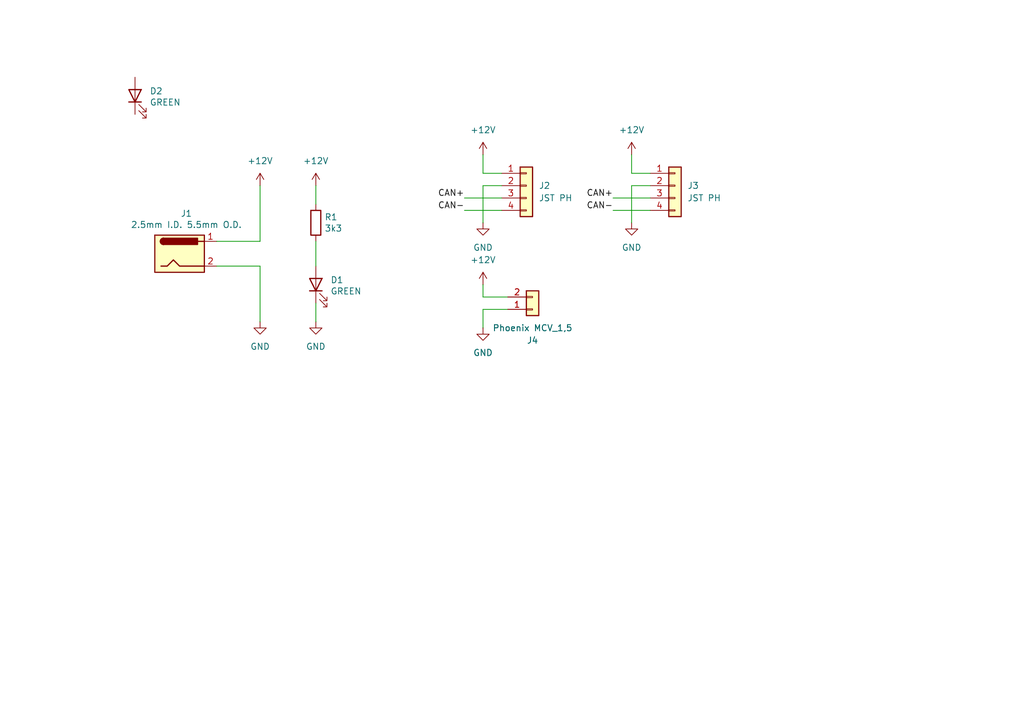
<source format=kicad_sch>
(kicad_sch (version 20250114) (generator "eeschema") (generator_version "9.0")
  (paper "A5")
  (lib_symbols
    (symbol "Connector:Barrel_Jack" (pin_names (offset 1.016))
      (property "Reference" "J" (at 0 5.334 0))
      (property "Value" "Barrel_Jack" (at 0 -5.08 0))
      (symbol "Barrel_Jack_0_1"
        (rectangle (start -5.08 3.81) (end 5.08 -3.81) (stroke (width 0.254)) (fill (type background)))
        (polyline (pts (xy -3.81 -2.54) (xy -2.54 -2.54) (xy -1.27 -1.27) (xy 0 -2.54) (xy 2.54 -2.54) (xy 5.08 -2.54)) (stroke (width 0.254)))
        (arc (start -3.302 1.905) (mid -3.9343 2.54) (end -3.302 3.175) (stroke (width 0.254)))
        (arc (start -3.302 1.905) (mid -3.9343 2.54) (end -3.302 3.175) (stroke (width 0.254)) (fill (type outline)))
        (rectangle (start 3.683 3.175) (end -3.302 1.905) (stroke (width 0.254)) (fill (type outline)))
        (polyline (pts (xy 5.08 2.54) (xy 3.81 2.54)) (stroke (width 0.254)))
      )
      (symbol "Barrel_Jack_1_1"
        (pin passive line (at 7.62 2.54 180) (length 2.54) (name "~") (number "1"))
        (pin passive line (at 7.62 -2.54 180) (length 2.54) (name "~") (number "2"))
      )
    )
    (symbol "Connector_Generic:Conn_01x02" (pin_names (offset 1.016) (hide yes))
      (property "Reference" "J" (at 0 2.54 0))
      (property "Value" "Conn_01x02" (at 0 -5.08 0))
      (symbol "Conn_01x02_1_1"
        (rectangle (start -1.27 1.27) (end 1.27 -3.81) (stroke (width 0.254)) (fill (type background)))
        (rectangle (start -1.27 0.127) (end 0 -0.127) (stroke (width 0.1524)))
        (rectangle (start -1.27 -2.413) (end 0 -2.667) (stroke (width 0.1524)))
        (pin passive line (at -5.08 0 0) (length 3.81) (name "Pin_1") (number "1"))
        (pin passive line (at -5.08 -2.54 0) (length 3.81) (name "Pin_2") (number "2"))
      )
    )
    (symbol "Connector_Generic:Conn_01x04" (pin_names (offset 1.016) (hide yes))
      (property "Reference" "J" (at 0 5.08 0))
      (property "Value" "Conn_01x04" (at 0 -7.62 0))
      (symbol "Conn_01x04_1_1"
        (rectangle (start -1.27 3.81) (end 1.27 -6.35) (stroke (width 0.254)) (fill (type background)))
        (rectangle (start -1.27 2.667) (end 0 2.413) (stroke (width 0.1524)))
        (rectangle (start -1.27 0.127) (end 0 -0.127) (stroke (width 0.1524)))
        (rectangle (start -1.27 -2.413) (end 0 -2.667) (stroke (width 0.1524)))
        (rectangle (start -1.27 -4.953) (end 0 -5.207) (stroke (width 0.1524)))
        (pin passive line (at -5.08 2.54 0) (length 3.81) (name "Pin_1") (number "1"))
        (pin passive line (at -5.08 0 0) (length 3.81) (name "Pin_2") (number "2"))
        (pin passive line (at -5.08 -2.54 0) (length 3.81) (name "Pin_3") (number "3"))
        (pin passive line (at -5.08 -5.08 0) (length 3.81) (name "Pin_4") (number "4"))
      )
    )
    (symbol "Device:LED" (pin_numbers (hide yes)) (pin_names (offset 1.016) (hide yes))
      (property "Reference" "D" (at 0 2.54 0))
      (property "Value" "LED" (at 0 -2.54 0))
      (symbol "LED_0_1"
        (polyline (pts (xy -3.048 -0.762) (xy -4.572 -2.286) (xy -3.81 -2.286) (xy -4.572 -2.286) (xy -4.572 -1.524)))
        (polyline (pts (xy -1.778 -0.762) (xy -3.302 -2.286) (xy -2.54 -2.286) (xy -3.302 -2.286) (xy -3.302 -1.524)))
        (polyline (pts (xy -1.27 0) (xy 1.27 0)))
        (polyline (pts (xy -1.27 -1.27) (xy -1.27 1.27)) (stroke (width 0.254)))
        (polyline (pts (xy 1.27 -1.27) (xy 1.27 1.27) (xy -1.27 0) (xy 1.27 -1.27)) (stroke (width 0.254)))
      )
      (symbol "LED_1_1"
        (pin passive line (at -3.81 0 0) (length 2.54) (name "K") (number "1"))
        (pin passive line (at 3.81 0 180) (length 2.54) (name "A") (number "2"))
      )
    )
    (symbol "Device:R" (pin_numbers (hide yes)) (pin_names (offset 0))
      (property "Reference" "R" (at 2.032 0 90))
      (property "Value" "R" (at 0 0 90))
      (symbol "R_0_1"
        (rectangle (start -1.016 -2.54) (end 1.016 2.54) (stroke (width 0.254)))
      )
      (symbol "R_1_1"
        (pin passive line (at 0 3.81 270) (length 1.27) (name "~") (number "1"))
        (pin passive line (at 0 -3.81 90) (length 1.27) (name "~") (number "2"))
      )
    )
    (symbol "power:+12V" (power) (pin_numbers (hide yes)) (pin_names (offset 0) (hide yes))
      (property "Value" "+12V" (at 0 3.556 0))
      (symbol "+12V_0_1"
        (polyline (pts (xy -0.762 1.27) (xy 0 2.54)))
        (polyline (pts (xy 0 2.54) (xy 0.762 1.27)))
        (polyline (pts (xy 0 0) (xy 0 2.54)))
      )
      (symbol "+12V_1_1"
        (pin power_in line (at 0 0 90) (length 0) (name "~") (number "1"))
      )
    )
    (symbol "power:GND" (power) (pin_numbers (hide yes)) (pin_names (offset 0) (hide yes))
      (property "Value" "GND" (at 0 -3.81 0))
      (symbol "GND_0_1"
        (polyline (pts (xy 0 0) (xy 0 -1.27) (xy 1.27 -1.27) (xy 0 -2.54) (xy -1.27 -1.27) (xy 0 -1.27)))
      )
      (symbol "GND_1_1"
        (pin power_in line (at 0 0 270) (length 0) (name "~") (number "1"))
      )
    )
  )
  (wire (pts (xy 129.54 35.56) (xy 133.35 35.56)))
  (wire (pts (xy 129.54 31.75) (xy 129.54 35.56)))
  (wire (pts (xy 44.45 49.53) (xy 53.34 49.53)))
  (wire (pts (xy 95.25 40.64) (xy 102.87 40.64)))
  (wire (pts (xy 99.06 31.75) (xy 99.06 35.56)))
  (wire (pts (xy 99.06 63.5) (xy 99.06 67.31)))
  (wire (pts (xy 133.35 38.1) (xy 129.54 38.1)))
  (wire (pts (xy 99.06 38.1) (xy 99.06 45.72)))
  (wire (pts (xy 99.06 35.56) (xy 102.87 35.56)))
  (wire (pts (xy 129.54 38.1) (xy 129.54 45.72)))
  (wire (pts (xy 99.06 60.96) (xy 104.14 60.96)))
  (wire (pts (xy 53.34 54.61) (xy 53.34 66.04)))
  (wire (pts (xy 99.06 58.42) (xy 99.06 60.96)))
  (wire (pts (xy 64.77 66.04) (xy 64.77 62.23)))
  (wire (pts (xy 104.14 63.5) (xy 99.06 63.5)))
  (wire (pts (xy 44.45 54.61) (xy 53.34 54.61)))
  (wire (pts (xy 64.77 41.91) (xy 64.77 38.1)))
  (wire (pts (xy 125.73 43.18) (xy 133.35 43.18)))
  (wire (pts (xy 64.77 54.61) (xy 64.77 49.53)))
  (wire (pts (xy 53.34 38.1) (xy 53.34 49.53)))
  (wire (pts (xy 95.25 43.18) (xy 102.87 43.18)))
  (wire (pts (xy 125.73 40.64) (xy 133.35 40.64)))
  (wire (pts (xy 102.87 38.1) (xy 99.06 38.1)))
  (label "CAN+" (at 95.25 40.64 180))
  (label "CAN-" (at 95.25 43.18 180))
  (label "CAN+" (at 125.73 40.64 180))
  (label "CAN-" (at 125.73 43.18 180))
  (symbol (lib_id "Connector:Barrel_Jack") (at 36.83 52.07 0) (unit 1)
    (property "Reference" "J1" (at 38.227 43.815 0))
    (property "Value" "2.5mm I.D. 5.5mm O.D." (at 38.227 46.1264 0))
    (property "Footprint" "FORT:BarrelJack_CUI_PJ-037B_Horizontal" (effects (hide yes)))
    (property "Part Number" "PJ037-B" (effects (hide yes)))
  )
  (symbol (lib_id "Device:R") (at 64.77 45.72 0) (unit 1)
    (property "Reference" "R1" (at 66.548 44.5516 0) (effects (justify left)))
    (property "Value" "3k3" (at 66.548 46.863 0) (effects (justify left)))
    (property "Footprint" "Resistor_SMD:R_0603_1608Metric" (effects (hide yes)))
    (property "MPN" "GPR06033K30" (effects (hide yes)))
  )
  (symbol (lib_id "Device:LED") (at 64.77 58.42 90) (unit 1)
    (property "Reference" "D1" (at 67.7672 57.4548 90) (effects (justify right)))
    (property "Value" "GREEN" (at 67.7672 59.7662 90) (effects (justify right)))
    (property "Footprint" "LED_SMD:LED_0603_1608Metric" (effects (hide yes)))
    (property "MPN" "150060VS75000" (effects (hide yes)))
  )
  (symbol (lib_id "power:GND") (at 129.54 45.72 0) (unit 1)
    (property "Reference" "#PWR08" (effects (hide yes)))
    (property "Value" "GND" (at 129.54 50.8 0))
    (property "Description" "Power symbol creates a global label with name \"GND\" , ground" (effects (hide yes)))
  )
  (symbol (lib_id "power:GND") (at 53.34 66.04 0) (unit 1)
    (property "Reference" "#PWR03" (effects (hide yes)))
    (property "Value" "GND" (at 53.34 71.12 0))
    (property "Description" "Power symbol creates a global label with name \"GND\" , ground" (effects (hide yes)))
  )
  (symbol (lib_id "power:+12V") (at 99.06 58.42 0) (unit 1)
    (property "Reference" "#PWR09" (effects (hide yes)))
    (property "Value" "+12V" (at 99.06 53.34 0))
    (property "Description" "Power symbol creates a global label with name \"+12V\"" (effects (hide yes)))
  )
  (symbol (lib_id "power:GND") (at 64.77 66.04 0) (unit 1)
    (property "Reference" "#PWR04" (effects (hide yes)))
    (property "Value" "GND" (at 64.77 71.12 0))
    (property "Description" "Power symbol creates a global label with name \"GND\" , ground" (effects (hide yes)))
  )
  (symbol (lib_id "power:GND") (at 99.06 67.31 0) (unit 1)
    (property "Reference" "#PWR010" (effects (hide yes)))
    (property "Value" "GND" (at 99.06 72.39 0))
    (property "Description" "Power symbol creates a global label with name \"GND\" , ground" (effects (hide yes)))
  )
  (symbol (lib_id "power:+12V") (at 129.54 31.75 0) (unit 1)
    (property "Reference" "#PWR07" (effects (hide yes)))
    (property "Value" "+12V" (at 129.54 26.67 0))
    (property "Description" "Power symbol creates a global label with name \"+12V\"" (effects (hide yes)))
  )
  (symbol (lib_id "power:+12V") (at 53.34 38.1 0) (unit 1)
    (property "Reference" "#PWR01" (effects (hide yes)))
    (property "Value" "+12V" (at 53.34 33.02 0))
    (property "Description" "Power symbol creates a global label with name \"+12V\"" (effects (hide yes)))
  )
  (symbol (lib_id "Connector_Generic:Conn_01x04") (at 138.43 38.1 0) (unit 1)
    (property "Reference" "J3" (at 140.97 38.0999 0) (effects (justify left)))
    (property "Value" "JST PH" (at 140.97 40.6399 0) (effects (justify left)))
    (property "Footprint" "FORT:JST_PH_B4B-PH-SM4-TB_1x04-1MP_P2.00mm_Vertical" (effects (hide yes)))
    (property "Description" "Generic connector, single row, 01x04, script generated (kicad-library-utils/schlib/autogen/connector/)" (effects (hide yes)))
    (property "MPN" "B4B-PH-SM4-TB" (effects (hide yes)))
  )
  (symbol (lib_id "Device:LED") (at 27.691 19.6597 90) (unit 1)
    (property "Reference" "D2" (at 30.6882 18.6945 90) (effects (justify right)))
    (property "Value" "GREEN" (at 30.6882 21.0059 90) (effects (justify right)))
    (property "Footprint" "LED_SMD:LED_0603_1608Metric" (effects (hide yes)))
    (property "MPN" "150060VS75000" (effects (hide yes)))
  )
  (symbol (lib_id "Connector_Generic:Conn_01x04") (at 107.95 38.1 0) (unit 1)
    (property "Reference" "J2" (at 110.49 38.0999 0) (effects (justify left)))
    (property "Value" "JST PH" (at 110.49 40.6399 0) (effects (justify left)))
    (property "Footprint" "FORT:JST_PH_B4B-PH-SM4-TB_1x04-1MP_P2.00mm_Vertical" (effects (hide yes)))
    (property "Description" "Generic connector, single row, 01x04, script generated (kicad-library-utils/schlib/autogen/connector/)" (effects (hide yes)))
    (property "MPN" "B4B-PH-SM4-TB" (effects (hide yes)))
  )
  (symbol (lib_id "power:GND") (at 99.06 45.72 0) (unit 1)
    (property "Reference" "#PWR06" (effects (hide yes)))
    (property "Value" "GND" (at 99.06 50.8 0))
    (property "Description" "Power symbol creates a global label with name \"GND\" , ground" (effects (hide yes)))
  )
  (symbol (lib_id "Connector_Generic:Conn_01x02") (at 109.22 63.5 0) (mirror x) (unit 1)
    (property "Reference" "J4" (at 109.22 69.85 0))
    (property "Value" "Phoenix MCV_1,5" (at 109.22 67.31 0))
    (property "Footprint" "Connector_Phoenix_MC:PhoenixContact_MCV_1,5_2-G-3.5_1x02_P3.50mm_Vertical" (effects (hide yes)))
    (property "Description" "Generic connector, single row, 01x02, script generated (kicad-library-utils/schlib/autogen/connector/)" (effects (hide yes)))
    (property "MPN" "1843606" (effects (hide yes)))
  )
  (symbol (lib_id "power:+12V") (at 64.77 38.1 0) (unit 1)
    (property "Reference" "#PWR02" (effects (hide yes)))
    (property "Value" "+12V" (at 64.77 33.02 0))
    (property "Description" "Power symbol creates a global label with name \"+12V\"" (effects (hide yes)))
  )
  (symbol (lib_id "power:+12V") (at 99.06 31.75 0) (unit 1)
    (property "Reference" "#PWR05" (effects (hide yes)))
    (property "Value" "+12V" (at 99.06 26.67 0))
    (property "Description" "Power symbol creates a global label with name \"+12V\"" (effects (hide yes)))
  )
)
</source>
